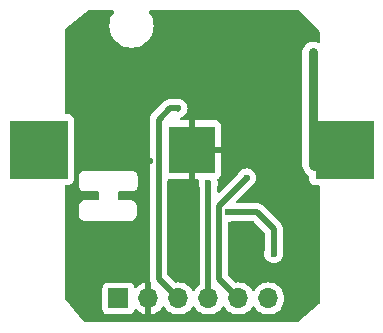
<source format=gbr>
%TF.GenerationSoftware,KiCad,Pcbnew,8.0.6*%
%TF.CreationDate,2024-11-27T13:53:32-03:00*%
%TF.ProjectId,keychain-thermometer,6b657963-6861-4696-9e2d-746865726d6f,rev?*%
%TF.SameCoordinates,Original*%
%TF.FileFunction,Copper,L2,Bot*%
%TF.FilePolarity,Positive*%
%FSLAX46Y46*%
G04 Gerber Fmt 4.6, Leading zero omitted, Abs format (unit mm)*
G04 Created by KiCad (PCBNEW 8.0.6) date 2024-11-27 13:53:32*
%MOMM*%
%LPD*%
G01*
G04 APERTURE LIST*
%TA.AperFunction,ComponentPad*%
%ADD10R,1.700000X1.700000*%
%TD*%
%TA.AperFunction,ComponentPad*%
%ADD11O,1.700000X1.700000*%
%TD*%
%TA.AperFunction,SMDPad,CuDef*%
%ADD12R,5.000000X5.000000*%
%TD*%
%TA.AperFunction,SMDPad,CuDef*%
%ADD13R,4.000000X4.000000*%
%TD*%
%TA.AperFunction,ViaPad*%
%ADD14C,0.600000*%
%TD*%
%TA.AperFunction,Conductor*%
%ADD15C,0.750000*%
%TD*%
%TA.AperFunction,Conductor*%
%ADD16C,0.500000*%
%TD*%
G04 APERTURE END LIST*
D10*
%TO.P,J1,1,Pin_1*%
%TO.N,VCC*%
X68850000Y-69100000D03*
D11*
%TO.P,J1,2,Pin_2*%
%TO.N,GND*%
X71390000Y-69100000D03*
%TO.P,J1,3,Pin_3*%
%TO.N,PB5-reset*%
X73930000Y-69100000D03*
%TO.P,J1,4,Pin_4*%
%TO.N,A*%
X76470000Y-69100000D03*
%TO.P,J1,5,Pin_5*%
%TO.N,B*%
X79010000Y-69100000D03*
%TO.P,J1,6,Pin_6*%
%TO.N,C*%
X81550000Y-69100000D03*
%TD*%
D12*
%TO.P,BT1,1,+*%
%TO.N,Net-(BT1-+)*%
X88000000Y-56500000D03*
X62100000Y-56500000D03*
D13*
%TO.P,BT1,2,-*%
%TO.N,GND*%
X75050000Y-56500000D03*
%TD*%
D14*
%TO.N,GND*%
X82400000Y-54700000D03*
X65700000Y-57900000D03*
X71500000Y-57500000D03*
X67600000Y-53900000D03*
%TO.N,Net-(BT1-+)*%
X85300000Y-48250000D03*
%TO.N,Net-(D1-A)*%
X78100000Y-61800000D03*
X82000000Y-65300000D03*
%TO.N,B*%
X79700000Y-58900000D03*
%TO.N,PB5-reset*%
X73900000Y-53000000D03*
%TO.N,A*%
X76470000Y-59330000D03*
%TD*%
D15*
%TO.N,Net-(BT1-+)*%
X86800000Y-56500000D02*
X88000000Y-56500000D01*
X85300000Y-48250000D02*
X85300000Y-57800000D01*
X85400000Y-57900000D02*
X86800000Y-56500000D01*
X85300000Y-57800000D02*
X85400000Y-57900000D01*
D16*
%TO.N,Net-(D1-A)*%
X78100000Y-61800000D02*
X80600000Y-61800000D01*
X80600000Y-61800000D02*
X82000000Y-63200000D01*
X82000000Y-63200000D02*
X82000000Y-65300000D01*
%TO.N,B*%
X77350000Y-61250000D02*
X77350000Y-67440000D01*
X79700000Y-58900000D02*
X77350000Y-61250000D01*
X77350000Y-67440000D02*
X79010000Y-69100000D01*
%TO.N,PB5-reset*%
X73200000Y-53000000D02*
X72250000Y-53950000D01*
X73930000Y-53030000D02*
X73900000Y-53000000D01*
X73900000Y-53000000D02*
X73200000Y-53000000D01*
X72250000Y-67420000D02*
X73930000Y-69100000D01*
X72250000Y-53950000D02*
X72250000Y-67420000D01*
%TO.N,A*%
X76470000Y-59330000D02*
X76470000Y-69100000D01*
%TD*%
%TA.AperFunction,Conductor*%
%TO.N,GND*%
G36*
X68428023Y-44720185D02*
G01*
X68473778Y-44772989D01*
X68483722Y-44842147D01*
X68460251Y-44898810D01*
X68390874Y-44991486D01*
X68390869Y-44991494D01*
X68263321Y-45225079D01*
X68263319Y-45225083D01*
X68170307Y-45474462D01*
X68113734Y-45734520D01*
X68094747Y-45999998D01*
X68094747Y-46000001D01*
X68113734Y-46265479D01*
X68170307Y-46525537D01*
X68170309Y-46525544D01*
X68212567Y-46638842D01*
X68263319Y-46774916D01*
X68263321Y-46774920D01*
X68390869Y-47008505D01*
X68390874Y-47008513D01*
X68550365Y-47221569D01*
X68550381Y-47221587D01*
X68738559Y-47409765D01*
X68738577Y-47409781D01*
X68951633Y-47569272D01*
X68951641Y-47569277D01*
X69185226Y-47696825D01*
X69185230Y-47696827D01*
X69185232Y-47696828D01*
X69434603Y-47789838D01*
X69564638Y-47818125D01*
X69694667Y-47846412D01*
X69694669Y-47846412D01*
X69694673Y-47846413D01*
X69930588Y-47863285D01*
X69960146Y-47865400D01*
X69960147Y-47865400D01*
X69960148Y-47865400D01*
X69986743Y-47863497D01*
X70225621Y-47846413D01*
X70485691Y-47789838D01*
X70735062Y-47696828D01*
X70968658Y-47569274D01*
X71181724Y-47409775D01*
X71369922Y-47221577D01*
X71529421Y-47008511D01*
X71656975Y-46774915D01*
X71749985Y-46525544D01*
X71806560Y-46265474D01*
X71825547Y-46000000D01*
X71806560Y-45734526D01*
X71749985Y-45474456D01*
X71656975Y-45225085D01*
X71529421Y-44991489D01*
X71529419Y-44991486D01*
X71460043Y-44898810D01*
X71435626Y-44833346D01*
X71450478Y-44765073D01*
X71499883Y-44715668D01*
X71559310Y-44700500D01*
X84132357Y-44700500D01*
X84199396Y-44720185D01*
X84222147Y-44738981D01*
X85865293Y-46464282D01*
X85897273Y-46526402D01*
X85899500Y-46549798D01*
X85899500Y-47366034D01*
X85879815Y-47433073D01*
X85827011Y-47478828D01*
X85757853Y-47488772D01*
X85720334Y-47476472D01*
X85720334Y-47476473D01*
X85720325Y-47476469D01*
X85717060Y-47475399D01*
X85714711Y-47474144D01*
X85555378Y-47408146D01*
X85555366Y-47408143D01*
X85386232Y-47374500D01*
X85386229Y-47374500D01*
X85213771Y-47374500D01*
X85213768Y-47374500D01*
X85044633Y-47408143D01*
X85044621Y-47408146D01*
X84885301Y-47474138D01*
X84885288Y-47474145D01*
X84741901Y-47569954D01*
X84741897Y-47569957D01*
X84619957Y-47691897D01*
X84619954Y-47691901D01*
X84524145Y-47835288D01*
X84524138Y-47835301D01*
X84458146Y-47994621D01*
X84458143Y-47994633D01*
X84424500Y-48163766D01*
X84424500Y-57886233D01*
X84458143Y-58055366D01*
X84458146Y-58055378D01*
X84524138Y-58214698D01*
X84524145Y-58214711D01*
X84619954Y-58358098D01*
X84619957Y-58358102D01*
X84841898Y-58580043D01*
X84841901Y-58580045D01*
X84944392Y-58648527D01*
X84989196Y-58702137D01*
X84999500Y-58751628D01*
X84999500Y-59047869D01*
X84999501Y-59047876D01*
X85005908Y-59107483D01*
X85056202Y-59242328D01*
X85056206Y-59242335D01*
X85142452Y-59357544D01*
X85142455Y-59357547D01*
X85257664Y-59443793D01*
X85257671Y-59443797D01*
X85302618Y-59460561D01*
X85392517Y-59494091D01*
X85452127Y-59500500D01*
X85775696Y-59500499D01*
X85842734Y-59520183D01*
X85888489Y-59572987D01*
X85896432Y-59625981D01*
X85899500Y-59625981D01*
X85899500Y-69459193D01*
X85879815Y-69526232D01*
X85855306Y-69554098D01*
X84052131Y-71070405D01*
X83988153Y-71098486D01*
X83972325Y-71099500D01*
X65994136Y-71099500D01*
X65927097Y-71079815D01*
X65898537Y-71054473D01*
X64328901Y-69154388D01*
X64301381Y-69090167D01*
X64300500Y-69075415D01*
X64300500Y-68202135D01*
X67499500Y-68202135D01*
X67499500Y-69997870D01*
X67499501Y-69997876D01*
X67505908Y-70057483D01*
X67556202Y-70192328D01*
X67556206Y-70192335D01*
X67642452Y-70307544D01*
X67642455Y-70307547D01*
X67757664Y-70393793D01*
X67757671Y-70393797D01*
X67892517Y-70444091D01*
X67892516Y-70444091D01*
X67899444Y-70444835D01*
X67952127Y-70450500D01*
X69747872Y-70450499D01*
X69807483Y-70444091D01*
X69942331Y-70393796D01*
X70057546Y-70307546D01*
X70143796Y-70192331D01*
X70193002Y-70060401D01*
X70234872Y-70004468D01*
X70300337Y-69980050D01*
X70368610Y-69994901D01*
X70396865Y-70016053D01*
X70518917Y-70138105D01*
X70712421Y-70273600D01*
X70926507Y-70373429D01*
X70926516Y-70373433D01*
X71140000Y-70430634D01*
X71140000Y-69533012D01*
X71197007Y-69565925D01*
X71324174Y-69600000D01*
X71455826Y-69600000D01*
X71582993Y-69565925D01*
X71640000Y-69533012D01*
X71640000Y-70430633D01*
X71853483Y-70373433D01*
X71853492Y-70373429D01*
X72067578Y-70273600D01*
X72261082Y-70138105D01*
X72428105Y-69971082D01*
X72558119Y-69785405D01*
X72612696Y-69741781D01*
X72682195Y-69734588D01*
X72744549Y-69766110D01*
X72761269Y-69785405D01*
X72891505Y-69971401D01*
X73058599Y-70138495D01*
X73155384Y-70206265D01*
X73252165Y-70274032D01*
X73252167Y-70274033D01*
X73252170Y-70274035D01*
X73466337Y-70373903D01*
X73694592Y-70435063D01*
X73871034Y-70450500D01*
X73929999Y-70455659D01*
X73930000Y-70455659D01*
X73930001Y-70455659D01*
X73988966Y-70450500D01*
X74165408Y-70435063D01*
X74393663Y-70373903D01*
X74607830Y-70274035D01*
X74801401Y-70138495D01*
X74968495Y-69971401D01*
X75098425Y-69785842D01*
X75153002Y-69742217D01*
X75222500Y-69735023D01*
X75284855Y-69766546D01*
X75301575Y-69785842D01*
X75431500Y-69971395D01*
X75431505Y-69971401D01*
X75598599Y-70138495D01*
X75695384Y-70206265D01*
X75792165Y-70274032D01*
X75792167Y-70274033D01*
X75792170Y-70274035D01*
X76006337Y-70373903D01*
X76234592Y-70435063D01*
X76411034Y-70450500D01*
X76469999Y-70455659D01*
X76470000Y-70455659D01*
X76470001Y-70455659D01*
X76528966Y-70450500D01*
X76705408Y-70435063D01*
X76933663Y-70373903D01*
X77147830Y-70274035D01*
X77341401Y-70138495D01*
X77508495Y-69971401D01*
X77638425Y-69785842D01*
X77693002Y-69742217D01*
X77762500Y-69735023D01*
X77824855Y-69766546D01*
X77841575Y-69785842D01*
X77971500Y-69971395D01*
X77971505Y-69971401D01*
X78138599Y-70138495D01*
X78235384Y-70206265D01*
X78332165Y-70274032D01*
X78332167Y-70274033D01*
X78332170Y-70274035D01*
X78546337Y-70373903D01*
X78774592Y-70435063D01*
X78951034Y-70450500D01*
X79009999Y-70455659D01*
X79010000Y-70455659D01*
X79010001Y-70455659D01*
X79068966Y-70450500D01*
X79245408Y-70435063D01*
X79473663Y-70373903D01*
X79687830Y-70274035D01*
X79881401Y-70138495D01*
X80048495Y-69971401D01*
X80178425Y-69785842D01*
X80233002Y-69742217D01*
X80302500Y-69735023D01*
X80364855Y-69766546D01*
X80381575Y-69785842D01*
X80511500Y-69971395D01*
X80511505Y-69971401D01*
X80678599Y-70138495D01*
X80775384Y-70206265D01*
X80872165Y-70274032D01*
X80872167Y-70274033D01*
X80872170Y-70274035D01*
X81086337Y-70373903D01*
X81314592Y-70435063D01*
X81491034Y-70450500D01*
X81549999Y-70455659D01*
X81550000Y-70455659D01*
X81550001Y-70455659D01*
X81608966Y-70450500D01*
X81785408Y-70435063D01*
X82013663Y-70373903D01*
X82227830Y-70274035D01*
X82421401Y-70138495D01*
X82588495Y-69971401D01*
X82724035Y-69777830D01*
X82823903Y-69563663D01*
X82885063Y-69335408D01*
X82905659Y-69100000D01*
X82885063Y-68864592D01*
X82823903Y-68636337D01*
X82724035Y-68422171D01*
X82718425Y-68414158D01*
X82588494Y-68228597D01*
X82421402Y-68061506D01*
X82421395Y-68061501D01*
X82227834Y-67925967D01*
X82227830Y-67925965D01*
X82157855Y-67893335D01*
X82013663Y-67826097D01*
X82013659Y-67826096D01*
X82013655Y-67826094D01*
X81785413Y-67764938D01*
X81785403Y-67764936D01*
X81550001Y-67744341D01*
X81549999Y-67744341D01*
X81314596Y-67764936D01*
X81314586Y-67764938D01*
X81086344Y-67826094D01*
X81086335Y-67826098D01*
X80872171Y-67925964D01*
X80872169Y-67925965D01*
X80678597Y-68061505D01*
X80511505Y-68228597D01*
X80381575Y-68414158D01*
X80326998Y-68457783D01*
X80257500Y-68464977D01*
X80195145Y-68433454D01*
X80178425Y-68414158D01*
X80048494Y-68228597D01*
X79881402Y-68061506D01*
X79881395Y-68061501D01*
X79687834Y-67925967D01*
X79687830Y-67925965D01*
X79617855Y-67893335D01*
X79473663Y-67826097D01*
X79473659Y-67826096D01*
X79473655Y-67826094D01*
X79245413Y-67764938D01*
X79245403Y-67764936D01*
X79010001Y-67744341D01*
X79009998Y-67744341D01*
X78796985Y-67762977D01*
X78728485Y-67749210D01*
X78698497Y-67727130D01*
X78136819Y-67165451D01*
X78103334Y-67104128D01*
X78100500Y-67077770D01*
X78100500Y-62716321D01*
X78120185Y-62649282D01*
X78172989Y-62603527D01*
X78210612Y-62593101D01*
X78279255Y-62585368D01*
X78359017Y-62557457D01*
X78399972Y-62550500D01*
X80237770Y-62550500D01*
X80304809Y-62570185D01*
X80325451Y-62586819D01*
X81213181Y-63474549D01*
X81246666Y-63535872D01*
X81249500Y-63562230D01*
X81249500Y-65000028D01*
X81242542Y-65040982D01*
X81214631Y-65120747D01*
X81194435Y-65299996D01*
X81194435Y-65300003D01*
X81214630Y-65479249D01*
X81214631Y-65479254D01*
X81274211Y-65649523D01*
X81370184Y-65802262D01*
X81497738Y-65929816D01*
X81650478Y-66025789D01*
X81820745Y-66085368D01*
X81820750Y-66085369D01*
X81999996Y-66105565D01*
X82000000Y-66105565D01*
X82000004Y-66105565D01*
X82179249Y-66085369D01*
X82179252Y-66085368D01*
X82179255Y-66085368D01*
X82349522Y-66025789D01*
X82502262Y-65929816D01*
X82629816Y-65802262D01*
X82725789Y-65649522D01*
X82785368Y-65479255D01*
X82805565Y-65300000D01*
X82785368Y-65120745D01*
X82757458Y-65040982D01*
X82750500Y-65000028D01*
X82750500Y-63126079D01*
X82721659Y-62981092D01*
X82721658Y-62981091D01*
X82721658Y-62981087D01*
X82665084Y-62844505D01*
X82632186Y-62795270D01*
X82632185Y-62795268D01*
X82582956Y-62721589D01*
X82582952Y-62721584D01*
X81078421Y-61217052D01*
X81078414Y-61217046D01*
X81004729Y-61167812D01*
X81004729Y-61167813D01*
X80955491Y-61134913D01*
X80818917Y-61078343D01*
X80818907Y-61078340D01*
X80673920Y-61049500D01*
X80673918Y-61049500D01*
X78911230Y-61049500D01*
X78844191Y-61029815D01*
X78798436Y-60977011D01*
X78788492Y-60907853D01*
X78817517Y-60844297D01*
X78823549Y-60837819D01*
X79694976Y-59966391D01*
X80008061Y-59653305D01*
X80044134Y-59630655D01*
X80043246Y-59628811D01*
X80049518Y-59625790D01*
X80049522Y-59625789D01*
X80202262Y-59529816D01*
X80329816Y-59402262D01*
X80425789Y-59249522D01*
X80485368Y-59079255D01*
X80485369Y-59079249D01*
X80505565Y-58900003D01*
X80505565Y-58899996D01*
X80485369Y-58720750D01*
X80485368Y-58720745D01*
X80460097Y-58648525D01*
X80425789Y-58550478D01*
X80424123Y-58547827D01*
X80329815Y-58397737D01*
X80202262Y-58270184D01*
X80049523Y-58174211D01*
X79879254Y-58114631D01*
X79879249Y-58114630D01*
X79700004Y-58094435D01*
X79699996Y-58094435D01*
X79520750Y-58114630D01*
X79520745Y-58114631D01*
X79350476Y-58174211D01*
X79197737Y-58270184D01*
X79070184Y-58397737D01*
X78974211Y-58550478D01*
X78971188Y-58556756D01*
X78969362Y-58555876D01*
X78946693Y-58591937D01*
X77432181Y-60106450D01*
X77370858Y-60139935D01*
X77301166Y-60134951D01*
X77245233Y-60093079D01*
X77220816Y-60027615D01*
X77220500Y-60018769D01*
X77220500Y-59629972D01*
X77227458Y-59589017D01*
X77235550Y-59565891D01*
X77255368Y-59509255D01*
X77255643Y-59506814D01*
X77275565Y-59330003D01*
X77275565Y-59329996D01*
X77255369Y-59150750D01*
X77255367Y-59150740D01*
X77235093Y-59092803D01*
X77231530Y-59023024D01*
X77266258Y-58962396D01*
X77284990Y-58948670D01*
X77284989Y-58948669D01*
X77407187Y-58857190D01*
X77407190Y-58857187D01*
X77493350Y-58742093D01*
X77493354Y-58742086D01*
X77543596Y-58607379D01*
X77543598Y-58607372D01*
X77549999Y-58547844D01*
X77550000Y-58547827D01*
X77550000Y-56750000D01*
X75300000Y-56750000D01*
X75300000Y-59000000D01*
X75563548Y-59000000D01*
X75630587Y-59019685D01*
X75676342Y-59072489D01*
X75686286Y-59141647D01*
X75684685Y-59150265D01*
X75664435Y-59329996D01*
X75664435Y-59330003D01*
X75684630Y-59509249D01*
X75684631Y-59509254D01*
X75712542Y-59589017D01*
X75719500Y-59629972D01*
X75719500Y-67912298D01*
X75699815Y-67979337D01*
X75666625Y-68013872D01*
X75598595Y-68061507D01*
X75431505Y-68228597D01*
X75301575Y-68414158D01*
X75246998Y-68457783D01*
X75177500Y-68464977D01*
X75115145Y-68433454D01*
X75098425Y-68414158D01*
X74968494Y-68228597D01*
X74801402Y-68061506D01*
X74801395Y-68061501D01*
X74607834Y-67925967D01*
X74607830Y-67925965D01*
X74537855Y-67893335D01*
X74393663Y-67826097D01*
X74393659Y-67826096D01*
X74393655Y-67826094D01*
X74165413Y-67764938D01*
X74165403Y-67764936D01*
X73930001Y-67744341D01*
X73929998Y-67744341D01*
X73716986Y-67762977D01*
X73648486Y-67749210D01*
X73618498Y-67727130D01*
X73036819Y-67145451D01*
X73003334Y-67084128D01*
X73000500Y-67057770D01*
X73000500Y-59124000D01*
X73020185Y-59056961D01*
X73072989Y-59011206D01*
X73124500Y-59000000D01*
X74800000Y-59000000D01*
X74800000Y-56250000D01*
X75300000Y-56250000D01*
X77550000Y-56250000D01*
X77550000Y-54452172D01*
X77549999Y-54452155D01*
X77543598Y-54392627D01*
X77543596Y-54392620D01*
X77493354Y-54257913D01*
X77493350Y-54257906D01*
X77407190Y-54142812D01*
X77407187Y-54142809D01*
X77292093Y-54056649D01*
X77292086Y-54056645D01*
X77157379Y-54006403D01*
X77157372Y-54006401D01*
X77097844Y-54000000D01*
X75300000Y-54000000D01*
X75300000Y-56250000D01*
X74800000Y-56250000D01*
X74800000Y-54000000D01*
X74195685Y-54000000D01*
X74128646Y-53980315D01*
X74082891Y-53927511D01*
X74072947Y-53858353D01*
X74101972Y-53794797D01*
X74154731Y-53758958D01*
X74188607Y-53747103D01*
X74249522Y-53725789D01*
X74402262Y-53629816D01*
X74529816Y-53502262D01*
X74625789Y-53349522D01*
X74685368Y-53179255D01*
X74705565Y-53000000D01*
X74694241Y-52899500D01*
X74685369Y-52820750D01*
X74685368Y-52820745D01*
X74625788Y-52650476D01*
X74529815Y-52497737D01*
X74402262Y-52370184D01*
X74249523Y-52274211D01*
X74079254Y-52214631D01*
X74079249Y-52214630D01*
X73900004Y-52194435D01*
X73899996Y-52194435D01*
X73720750Y-52214630D01*
X73720745Y-52214631D01*
X73640983Y-52242542D01*
X73600028Y-52249500D01*
X73126080Y-52249500D01*
X72981092Y-52278340D01*
X72981086Y-52278342D01*
X72844508Y-52334914D01*
X72844496Y-52334921D01*
X72795269Y-52367813D01*
X72721588Y-52417044D01*
X72721580Y-52417050D01*
X71667047Y-53471584D01*
X71667043Y-53471589D01*
X71642439Y-53508414D01*
X71642439Y-53508415D01*
X71584913Y-53594508D01*
X71528343Y-53731082D01*
X71528340Y-53731092D01*
X71499500Y-53876079D01*
X71499500Y-53876082D01*
X71499500Y-67493918D01*
X71499500Y-67493920D01*
X71499499Y-67493920D01*
X71528340Y-67638907D01*
X71528343Y-67638917D01*
X71584913Y-67775490D01*
X71584914Y-67775491D01*
X71584916Y-67775495D01*
X71598278Y-67795492D01*
X71598278Y-67795493D01*
X71619102Y-67826658D01*
X71639980Y-67893335D01*
X71640000Y-67895549D01*
X71640000Y-68666988D01*
X71582993Y-68634075D01*
X71455826Y-68600000D01*
X71324174Y-68600000D01*
X71197007Y-68634075D01*
X71140000Y-68666988D01*
X71140000Y-67769364D01*
X71139999Y-67769364D01*
X70926513Y-67826567D01*
X70926507Y-67826570D01*
X70712422Y-67926399D01*
X70712420Y-67926400D01*
X70518926Y-68061886D01*
X70396865Y-68183947D01*
X70335542Y-68217431D01*
X70265850Y-68212447D01*
X70209917Y-68170575D01*
X70193002Y-68139598D01*
X70143797Y-68007671D01*
X70143793Y-68007664D01*
X70057547Y-67892455D01*
X70057544Y-67892452D01*
X69942335Y-67806206D01*
X69942328Y-67806202D01*
X69807482Y-67755908D01*
X69807483Y-67755908D01*
X69747883Y-67749501D01*
X69747881Y-67749500D01*
X69747873Y-67749500D01*
X69747864Y-67749500D01*
X67952129Y-67749500D01*
X67952123Y-67749501D01*
X67892516Y-67755908D01*
X67757671Y-67806202D01*
X67757664Y-67806206D01*
X67642455Y-67892452D01*
X67642452Y-67892455D01*
X67556206Y-68007664D01*
X67556202Y-68007671D01*
X67505908Y-68142517D01*
X67499501Y-68202116D01*
X67499500Y-68202135D01*
X64300500Y-68202135D01*
X64300500Y-59625981D01*
X64303657Y-59625981D01*
X64312135Y-59571641D01*
X64358519Y-59519388D01*
X64424305Y-59500499D01*
X64647871Y-59500499D01*
X64647872Y-59500499D01*
X64707483Y-59494091D01*
X64842331Y-59443796D01*
X64957546Y-59357546D01*
X65043796Y-59242331D01*
X65094091Y-59107483D01*
X65100500Y-59047873D01*
X65100500Y-58734108D01*
X65499500Y-58734108D01*
X65499500Y-59565892D01*
X65501401Y-59572987D01*
X65533608Y-59693187D01*
X65566554Y-59750250D01*
X65599500Y-59807314D01*
X65692686Y-59900500D01*
X65806814Y-59966392D01*
X65934108Y-60000500D01*
X66065892Y-60000500D01*
X67075500Y-60000500D01*
X67142539Y-60020185D01*
X67188294Y-60072989D01*
X67199500Y-60124500D01*
X67199500Y-60675500D01*
X67179815Y-60742539D01*
X67127011Y-60788294D01*
X67075500Y-60799500D01*
X65934108Y-60799500D01*
X65806812Y-60833608D01*
X65692686Y-60899500D01*
X65692683Y-60899502D01*
X65599502Y-60992683D01*
X65599500Y-60992686D01*
X65533608Y-61106812D01*
X65499500Y-61234108D01*
X65499500Y-62065891D01*
X65533608Y-62193187D01*
X65566554Y-62250250D01*
X65599500Y-62307314D01*
X65692686Y-62400500D01*
X65806814Y-62466392D01*
X65934108Y-62500500D01*
X65934110Y-62500500D01*
X69965890Y-62500500D01*
X69965892Y-62500500D01*
X70093186Y-62466392D01*
X70207314Y-62400500D01*
X70300500Y-62307314D01*
X70366392Y-62193186D01*
X70400500Y-62065892D01*
X70400500Y-61234108D01*
X70366392Y-61106814D01*
X70300500Y-60992686D01*
X70207314Y-60899500D01*
X70150250Y-60866554D01*
X70093187Y-60833608D01*
X70029539Y-60816554D01*
X69965892Y-60799500D01*
X69965891Y-60799500D01*
X68924500Y-60799500D01*
X68857461Y-60779815D01*
X68811706Y-60727011D01*
X68800500Y-60675500D01*
X68800500Y-60124500D01*
X68820185Y-60057461D01*
X68872989Y-60011706D01*
X68924500Y-60000500D01*
X70065890Y-60000500D01*
X70065892Y-60000500D01*
X70193186Y-59966392D01*
X70307314Y-59900500D01*
X70400500Y-59807314D01*
X70466392Y-59693186D01*
X70500500Y-59565892D01*
X70500500Y-58734108D01*
X70466392Y-58606814D01*
X70400500Y-58492686D01*
X70307314Y-58399500D01*
X70235604Y-58358098D01*
X70193187Y-58333608D01*
X70129539Y-58316554D01*
X70065892Y-58299500D01*
X66065892Y-58299500D01*
X65934108Y-58299500D01*
X65806812Y-58333608D01*
X65692686Y-58399500D01*
X65692683Y-58399502D01*
X65599502Y-58492683D01*
X65599500Y-58492686D01*
X65533608Y-58606812D01*
X65503081Y-58720745D01*
X65499500Y-58734108D01*
X65100500Y-58734108D01*
X65100499Y-53952128D01*
X65094091Y-53892517D01*
X65087961Y-53876082D01*
X65043797Y-53757671D01*
X65043793Y-53757664D01*
X64957547Y-53642455D01*
X64957544Y-53642452D01*
X64842335Y-53556206D01*
X64842328Y-53556202D01*
X64707482Y-53505908D01*
X64707483Y-53505908D01*
X64647883Y-53499501D01*
X64647881Y-53499500D01*
X64647873Y-53499500D01*
X64647865Y-53499500D01*
X64424305Y-53499500D01*
X64357266Y-53479815D01*
X64311511Y-53427011D01*
X64303570Y-53374019D01*
X64300500Y-53374019D01*
X64300500Y-46394134D01*
X64320185Y-46327095D01*
X64345524Y-46298538D01*
X66039933Y-44898810D01*
X66245613Y-44728901D01*
X66309834Y-44701381D01*
X66324586Y-44700500D01*
X68360984Y-44700500D01*
X68428023Y-44720185D01*
G37*
%TD.AperFunction*%
%TD*%
M02*

</source>
